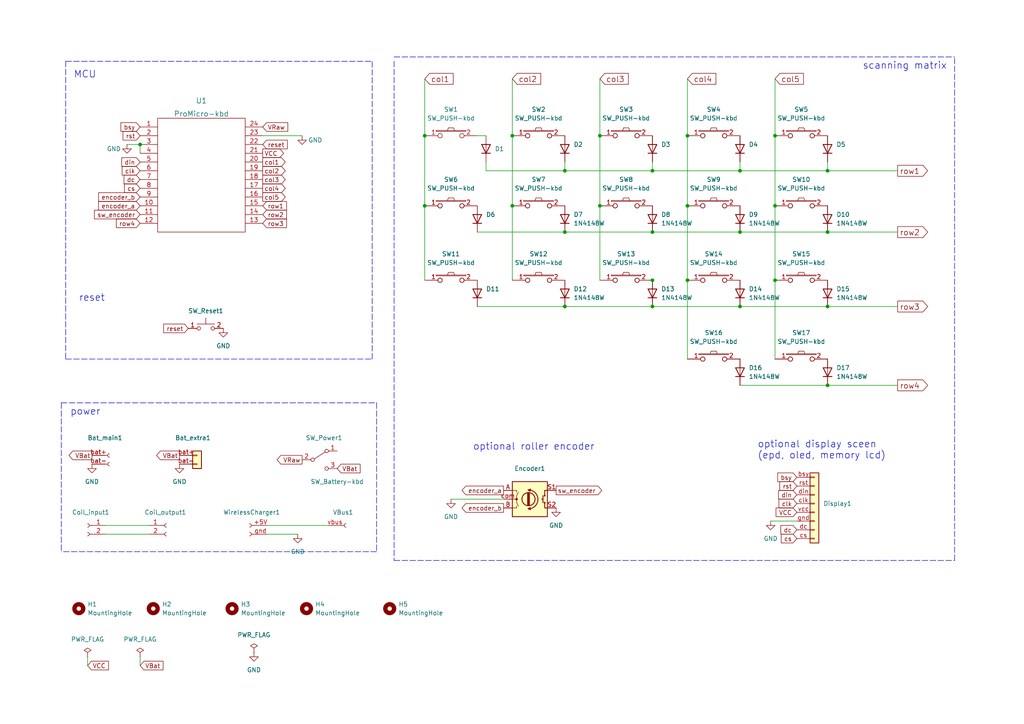
<source format=kicad_sch>
(kicad_sch (version 20211123) (generator eeschema)
  (paper "A4")
  (lib_symbols
    (symbol "Conn_01x02_Female_2" (pin_names (offset 1.016) hide)
      (property "Reference" "WirelessCharger1" (at 7.62 3.81 0))
      (symbol "Conn_01x02_Female_2_1_1"
        (arc (start 0 -2.032) (mid -0.508 -2.54) (end 0 -3.048) (stroke (width 0.1524)))
        (polyline (pts (xy -1.27 -2.54) (xy -0.508 -2.54)) (stroke (width 0.1524)))
        (polyline (pts (xy -1.27 0) (xy -0.508 0)) (stroke (width 0.1524)))
        (arc (start 0 0.508) (mid -0.508 0) (end 0 -0.508) (stroke (width 0.1524)))
        (pin passive line (at -5.08 0 0) (length 3.81) (name "+5V") (number "+5V"))
        (pin passive line (at -5.08 -2.54 0) (length 3.81) (name "GND") (number "gnd"))
      )
    )
    (symbol "Connector:Conn_01x01_Female" (pin_names (offset 1.016) hide)
      (property "Reference" "VBus" (at 1.27 1.27 0))
      (symbol "Conn_01x01_Female_1_1"
        (polyline (pts (xy -1.27 0) (xy -0.508 0)) (stroke (width 0.1524)))
        (arc (start 0 0.508) (mid -0.508 0) (end 0 -0.508) (stroke (width 0.1524)))
        (pin passive line (at -5.08 0 0) (length 3.81) (name "VBus") (number "vbus"))
      )
    )
    (symbol "Connector:Conn_01x02_Female" (pin_names (offset 1.016) hide)
      (property "Reference" "J" (at 0 2.54 0))
      (property "Value" "Conn_01x02_Female" (at 0 -5.08 0))
      (symbol "Conn_01x02_Female_1_1"
        (arc (start 0 -2.032) (mid -0.508 -2.54) (end 0 -3.048) (stroke (width 0.1524)))
        (polyline (pts (xy -1.27 -2.54) (xy -0.508 -2.54)) (stroke (width 0.1524)))
        (polyline (pts (xy -1.27 0) (xy -0.508 0)) (stroke (width 0.1524)))
        (arc (start 0 0.508) (mid -0.508 0) (end 0 -0.508) (stroke (width 0.1524)))
        (pin passive line (at -5.08 0 0) (length 3.81) (name "Pin_1") (number "1"))
        (pin passive line (at -5.08 -2.54 0) (length 3.81) (name "Pin_2") (number "2"))
      )
    )
    (symbol "Mechanical:MountingHole" (pin_names (offset 1.016))
      (property "Reference" "H" (at 0 5.08 0))
      (property "Value" "MountingHole" (at 0 3.175 0))
      (symbol "MountingHole_0_1"
        (circle (center 0 0) (radius 1.27) (stroke (width 1.27)))
      )
    )
    (symbol "mysymbol:1N4148W" (pin_numbers hide) (pin_names (offset 1.016) hide)
      (property "Reference" "D?" (at 2.54 1.2701 90))
      (symbol "1N4148W_0_1"
        (polyline (pts (xy -1.27 1.27) (xy -1.27 -1.27)) (stroke (width 0.254)))
        (polyline (pts (xy 1.27 0) (xy -1.27 0)))
        (polyline (pts (xy 1.27 1.27) (xy 1.27 -1.27) (xy -1.27 0) (xy 1.27 1.27)) (stroke (width 0.254)))
      )
      (symbol "1N4148W_1_1"
        (pin passive line (at -3.81 0 0) (length 2.54) (name "K") (number "1"))
        (pin passive line (at 3.81 0 180) (length 2.54) (name "A") (number "2"))
      )
    )
    (symbol "mysymbol:Conn_Battery_pluggable" (pin_names (offset 1.016) hide)
      (property "Reference" "J?" (at 2.54 0.0001 0))
      (property "Value" "Conn_Battery_pluggable" (at 2.54 -2.5399 0))
      (symbol "Conn_Battery_pluggable_1_1"
        (rectangle (start -1.27 -2.413) (end 0 -2.667) (stroke (width 0.1524)))
        (rectangle (start -1.27 0.127) (end 0 -0.127) (stroke (width 0.1524)))
        (rectangle (start -1.27 1.27) (end 1.27 -3.81) (stroke (width 0.254)) (fill (type background)))
        (pin passive line (at -5.08 0 0) (length 3.81) (name "Bat+") (number "bat+"))
        (pin passive line (at -5.08 -2.54 0) (length 3.81) (name "Bat-") (number "bat-"))
      )
    )
    (symbol "mysymbol:Conn_Battery_solderable" (pin_names (offset 1.016) hide)
      (property "Reference" "J?" (at 1.27 0.0001 0))
      (property "Value" "Conn_Battery_solderable" (at 1.27 -2.5399 0))
      (symbol "Conn_Battery_solderable_1_1"
        (arc (start 0 -2.032) (mid -0.508 -2.54) (end 0 -3.048) (stroke (width 0.1524)))
        (polyline (pts (xy -1.27 -2.54) (xy -0.508 -2.54)) (stroke (width 0.1524)))
        (polyline (pts (xy -1.27 0) (xy -0.508 0)) (stroke (width 0.1524)))
        (arc (start 0 0.508) (mid -0.508 0) (end 0 -0.508) (stroke (width 0.1524)))
        (pin passive line (at -5.08 0 0) (length 3.81) (name "Bat+") (number "bat+"))
        (pin passive line (at -5.08 -2.54 0) (length 3.81) (name "Bat-") (number "bat-"))
      )
    )
    (symbol "mysymbol:Conn_Display_general" (pin_names (offset 1.016) hide)
      (property "Reference" "J?" (at 2.54 0.0001 0))
      (property "Value" "Conn_Display_general" (at 2.54 -2.5399 0))
      (symbol "Conn_Display_general_1_1"
        (rectangle (start -1.27 -10.033) (end 0 -10.287) (stroke (width 0.1524)))
        (rectangle (start -1.27 -7.493) (end 0 -7.747) (stroke (width 0.1524)))
        (rectangle (start -1.27 -4.953) (end 0 -5.207) (stroke (width 0.1524)))
        (rectangle (start -1.27 -2.413) (end 0 -2.667) (stroke (width 0.1524)))
        (rectangle (start -1.27 0.127) (end 0 -0.127) (stroke (width 0.1524)))
        (rectangle (start -1.27 2.667) (end 0 2.413) (stroke (width 0.1524)))
        (rectangle (start -1.27 5.207) (end 0 4.953) (stroke (width 0.1524)))
        (rectangle (start -1.27 7.747) (end 0 7.493) (stroke (width 0.1524)))
        (rectangle (start -1.27 8.89) (end 1.27 -11.43) (stroke (width 0.254)) (fill (type background)))
        (pin passive line (at -5.08 7.62 0) (length 3.81) (name "BSY") (number "bsy"))
        (pin passive line (at -5.08 0 0) (length 3.81) (name "CLK") (number "clk"))
        (pin passive line (at -5.08 -10.16 0) (length 3.81) (name "CS") (number "cs"))
        (pin passive line (at -5.08 -7.62 0) (length 3.81) (name "DC") (number "dc"))
        (pin passive line (at -5.08 2.54 0) (length 3.81) (name "DIN") (number "din"))
        (pin passive line (at -5.08 -5.08 0) (length 3.81) (name "GND") (number "gnd"))
        (pin passive line (at -5.08 5.08 0) (length 3.81) (name "RST") (number "rst"))
        (pin passive line (at -5.08 -2.54 0) (length 3.81) (name "VCC") (number "vcc"))
      )
    )
    (symbol "mysymbol:ProMicro-kbd" (pin_names (offset 1.016) hide)
      (property "Reference" "U1" (at 0 24.13 0))
      (property "Value" "ProMicro-kbd" (at 0 -13.97 0))
      (symbol "ProMicro-kbd_0_1"
        (rectangle (start -12.7 21.59) (end 12.7 -11.43))
      )
      (symbol "ProMicro-kbd_1_1"
        (pin bidirectional line (at -17.78 19.05 0) (length 5.08) (name "TX") (number "1"))
        (pin bidirectional line (at -17.78 -3.81 0) (length 5.08) (name "E6") (number "10"))
        (pin bidirectional line (at -17.78 -6.35 0) (length 5.08) (name "B4") (number "11"))
        (pin bidirectional line (at -17.78 -8.89 0) (length 5.08) (name "B5") (number "12"))
        (pin bidirectional line (at 17.78 -8.89 180) (length 5.08) (name "B6") (number "13"))
        (pin bidirectional line (at 17.78 -6.35 180) (length 5.08) (name "B2") (number "14"))
        (pin bidirectional line (at 17.78 -3.81 180) (length 5.08) (name "B3") (number "15"))
        (pin bidirectional line (at 17.78 -1.27 180) (length 5.08) (name "B1") (number "16"))
        (pin bidirectional line (at 17.78 1.27 180) (length 5.08) (name "F7") (number "17"))
        (pin bidirectional line (at 17.78 3.81 180) (length 5.08) (name "F6") (number "18"))
        (pin bidirectional line (at 17.78 6.35 180) (length 5.08) (name "F5") (number "19"))
        (pin bidirectional line (at -17.78 16.51 0) (length 5.08) (name "RX") (number "2"))
        (pin bidirectional line (at 17.78 8.89 180) (length 5.08) (name "F4") (number "20"))
        (pin power_in line (at 17.78 11.43 180) (length 5.08) (name "VCC") (number "21"))
        (pin input line (at 17.78 13.97 180) (length 5.08) (name "RST") (number "22"))
        (pin power_in line (at 17.78 16.51 180) (length 5.08) (name "GND") (number "23"))
        (pin power_out line (at 17.78 19.05 180) (length 5.08) (name "RAW") (number "24"))
        (pin power_in line (at -17.78 13.97 0) (length 5.08) (name "GND") (number "3"))
        (pin power_in line (at -17.78 11.43 0) (length 5.08) (name "GND") (number "4"))
        (pin bidirectional line (at -17.78 8.89 0) (length 5.08) (name "SDA") (number "5"))
        (pin bidirectional line (at -17.78 6.35 0) (length 5.08) (name "SCL") (number "6"))
        (pin bidirectional line (at -17.78 3.81 0) (length 5.08) (name "D4") (number "7"))
        (pin bidirectional line (at -17.78 1.27 0) (length 5.08) (name "C6") (number "8"))
        (pin bidirectional line (at -17.78 -1.27 0) (length 5.08) (name "D7") (number "9"))
      )
    )
    (symbol "mysymbol:RotaryEncoder" (pin_names (offset 0.254) hide)
      (property "Reference" "SW?" (at 0 10.16 0))
      (property "Value" "RotaryEncoder" (at 0 7.62 0))
      (symbol "RotaryEncoder_0_1"
        (rectangle (start -5.08 5.08) (end 5.08 -5.08) (stroke (width 0.254)) (fill (type background)))
        (circle (center -3.81 0) (radius 0.254) (fill (type outline)))
        (arc (start -0.381 -2.794) (mid 2.3622 -0.0508) (end -0.381 2.667) (stroke (width 0.254)))
        (circle (center -0.381 0) (radius 1.905) (stroke (width 0.254)))
        (polyline (pts (xy -0.635 -1.778) (xy -0.635 1.778)) (stroke (width 0.254)))
        (polyline (pts (xy -0.381 -1.778) (xy -0.381 1.778)) (stroke (width 0.254)))
        (polyline (pts (xy -0.127 1.778) (xy -0.127 -1.778)) (stroke (width 0.254)))
        (polyline (pts (xy 3.81 0) (xy 3.429 0)) (stroke (width 0.254)))
        (polyline (pts (xy 3.81 1.016) (xy 3.81 -1.016)) (stroke (width 0.254)))
        (polyline (pts (xy -5.08 -2.54) (xy -3.81 -2.54) (xy -3.81 -2.032)))
        (polyline (pts (xy -5.08 2.54) (xy -3.81 2.54) (xy -3.81 2.032)))
        (polyline (pts (xy 0.254 -3.048) (xy -0.508 -2.794) (xy 0.127 -2.413)) (stroke (width 0.254)))
        (polyline (pts (xy 0.254 2.921) (xy -0.508 2.667) (xy 0.127 2.286)) (stroke (width 0.254)))
        (polyline (pts (xy 5.08 -2.54) (xy 4.318 -2.54) (xy 4.318 -1.016)) (stroke (width 0.254)))
        (polyline (pts (xy 5.08 2.54) (xy 4.318 2.54) (xy 4.318 1.016)) (stroke (width 0.254)))
        (polyline (pts (xy -5.08 0) (xy -3.81 0) (xy -3.81 -1.016) (xy -3.302 -2.032)))
        (polyline (pts (xy -4.318 0) (xy -3.81 0) (xy -3.81 1.016) (xy -3.302 2.032)))
        (circle (center 4.318 -1.016) (radius 0.127) (stroke (width 0.254)))
        (circle (center 4.318 1.016) (radius 0.127) (stroke (width 0.254)))
      )
      (symbol "RotaryEncoder_1_1"
        (pin passive line (at -7.62 2.54 0) (length 2.54) (name "A") (number "A"))
        (pin passive line (at -7.62 -2.54 0) (length 2.54) (name "B") (number "B"))
        (pin passive line (at 7.62 2.54 180) (length 2.54) (name "S1") (number "S1"))
        (pin passive line (at 7.62 -2.54 180) (length 2.54) (name "S2") (number "S2"))
        (pin passive line (at -7.62 0 0) (length 2.54) (name "COM") (number "com"))
      )
    )
    (symbol "mysymbol:SW_Battery-kbd" (pin_names (offset 0) hide)
      (property "Reference" "SW_Battery?" (at 7.62 4.3476 0))
      (property "Value" "SW_Battery-kbd" (at 5.08 -6.35 0))
      (symbol "SW_Battery-kbd_0_0"
        (circle (center -2.032 0) (radius 0.508))
        (circle (center 2.032 -2.54) (radius 0.508))
      )
      (symbol "SW_Battery-kbd_0_1"
        (polyline (pts (xy -1.524 0.254) (xy 1.651 2.286)))
        (circle (center 2.032 2.54) (radius 0.508))
      )
      (symbol "SW_Battery-kbd_1_1"
        (pin passive line (at 5.08 2.54 180) (length 2.54) (name "A") (number "1"))
        (pin passive line (at -5.08 0 0) (length 2.54) (name "B") (number "2"))
        (pin passive line (at 5.08 -2.54 180) (length 2.54) (name "C") (number "3"))
      )
    )
    (symbol "mysymbol:SW_PUSH-kbd" (pin_names (offset 1.016) hide)
      (property "Reference" "SW1" (at 3.81 2.794 0))
      (symbol "SW_PUSH-kbd_0_1"
        (rectangle (start -4.318 1.27) (end 4.318 1.524))
        (polyline (pts (xy -1.016 1.524) (xy -0.762 2.286) (xy 0.762 2.286) (xy 1.016 1.524)))
        (pin passive inverted (at -7.62 0 0) (length 5.08) (name "1") (number "1"))
        (pin passive inverted (at 7.62 0 180) (length 5.08) (name "2") (number "2"))
      )
    )
    (symbol "mysymbol:SW_RESET-kbd" (pin_names (offset 1.016) hide)
      (property "Reference" "RSW?" (at 0 7.239 0))
      (property "Value" "SW_RESET-kbd" (at 0 4.9276 0))
      (symbol "SW_RESET-kbd_0_1"
        (circle (center -2.032 0) (radius 0.508))
        (polyline (pts (xy 0 1.27) (xy 0 3.048)))
        (polyline (pts (xy 2.54 1.27) (xy -2.54 1.27)))
        (circle (center 2.032 0) (radius 0.508))
        (pin passive line (at -5.08 0 0) (length 2.54) (name "1") (number "1"))
        (pin passive line (at 5.08 0 180) (length 2.54) (name "2") (number "2"))
      )
    )
    (symbol "power:GND" (power) (pin_names (offset 0))
      (property "Value" "GND" (at 0 -3.81 0))
      (symbol "GND_0_1"
        (polyline (pts (xy 0 0) (xy 0 -1.27) (xy 1.27 -1.27) (xy 0 -2.54) (xy -1.27 -1.27) (xy 0 -1.27)))
      )
      (symbol "GND_1_1"
        (pin power_in line (at 0 0 270) (length 0) hide (name "GND") (number "1"))
      )
    )
    (symbol "power:PWR_FLAG" (power) (pin_numbers hide) (pin_names (offset 0) hide)
      (property "Value" "PWR_FLAG" (at 0 3.81 0))
      (symbol "PWR_FLAG_0_0"
        (pin power_out line (at 0 0 90) (length 0) (name "pwr") (number "1"))
      )
      (symbol "PWR_FLAG_0_1"
        (polyline (pts (xy 0 0) (xy 0 1.27) (xy -1.016 1.905) (xy 0 2.54) (xy 1.016 1.905) (xy 0 1.27)))
      )
    )
  )
  (junction (at 240.03 49.53))
  (junction (at 214.63 49.53))
  (junction (at 240.03 111.76))
  (junction (at 163.83 67.31))
  (junction (at 148.59 59.69))
  (junction (at 214.63 88.9))
  (junction (at 189.23 67.31))
  (junction (at 173.99 59.69))
  (junction (at 224.79 39.37))
  (junction (at 189.23 81.28))
  (junction (at 123.19 39.37))
  (junction (at 224.79 81.28))
  (junction (at 224.79 59.69))
  (junction (at 163.83 88.9))
  (junction (at 189.23 88.9))
  (junction (at 240.03 88.9))
  (junction (at 240.03 67.31))
  (junction (at 199.39 39.37))
  (junction (at 40.64 41.91))
  (junction (at 173.99 39.37))
  (junction (at 163.83 49.53))
  (junction (at 214.63 67.31))
  (junction (at 123.19 59.69))
  (junction (at 148.59 39.37))
  (junction (at 199.39 81.28))
  (junction (at 189.23 49.53))
  (junction (at 199.39 59.69))
  (wire (pts (xy 199.39 81.28) (xy 199.39 104.14)))
  (wire (pts (xy 187.96 81.28) (xy 189.23 81.28)))
  (wire (pts (xy 77.47 152.4) (xy 95.25 152.4)))
  (wire (pts (xy 240.03 88.9) (xy 260.35 88.9)))
  (wire (pts (xy 240.03 46.99) (xy 240.03 49.53)))
  (wire (pts (xy 240.03 67.31) (xy 260.35 67.31)))
  (wire (pts (xy 138.43 39.37) (xy 140.97 39.37)))
  (wire (pts (xy 138.43 88.9) (xy 163.83 88.9)))
  (wire (pts (xy 199.39 59.69) (xy 199.39 81.28)))
  (polyline (pts (xy 114.3 16.51) (xy 276.86 16.51)))
  (wire (pts (xy 30.48 152.4) (xy 43.18 152.4)))
  (polyline (pts (xy 107.95 104.14) (xy 107.95 17.78)))
  (wire (pts (xy 189.23 49.53) (xy 214.63 49.53)))
  (wire (pts (xy 214.63 46.99) (xy 214.63 49.53)))
  (wire (pts (xy 189.23 67.31) (xy 214.63 67.31)))
  (wire (pts (xy 163.83 49.53) (xy 189.23 49.53)))
  (wire (pts (xy 36.83 41.91) (xy 40.64 41.91)))
  (wire (pts (xy 189.23 88.9) (xy 214.63 88.9)))
  (wire (pts (xy 214.63 111.76) (xy 240.03 111.76)))
  (wire (pts (xy 224.79 59.69) (xy 224.79 81.28)))
  (polyline (pts (xy 109.22 116.84) (xy 109.22 160.02)))
  (polyline (pts (xy 276.86 162.56) (xy 276.86 16.51)))
  (wire (pts (xy 173.99 39.37) (xy 173.99 59.69)))
  (wire (pts (xy 123.19 59.69) (xy 123.19 81.28)))
  (polyline (pts (xy 109.22 160.02) (xy 17.78 160.02)))
  (wire (pts (xy 199.39 39.37) (xy 199.39 59.69)))
  (wire (pts (xy 148.59 22.86) (xy 148.59 39.37)))
  (polyline (pts (xy 17.78 116.84) (xy 17.78 160.02)))
  (wire (pts (xy 240.03 111.76) (xy 260.35 111.76)))
  (wire (pts (xy 123.19 39.37) (xy 123.19 59.69)))
  (wire (pts (xy 40.64 193.04) (xy 40.64 190.5)))
  (wire (pts (xy 140.97 49.53) (xy 163.83 49.53)))
  (wire (pts (xy 148.59 39.37) (xy 148.59 59.69)))
  (polyline (pts (xy 19.05 17.78) (xy 19.05 104.14)))
  (wire (pts (xy 163.83 88.9) (xy 189.23 88.9)))
  (wire (pts (xy 199.39 22.86) (xy 199.39 39.37)))
  (wire (pts (xy 173.99 22.86) (xy 173.99 39.37)))
  (polyline (pts (xy 114.3 17.78) (xy 114.3 162.56)))
  (wire (pts (xy 140.97 46.99) (xy 140.97 49.53)))
  (polyline (pts (xy 19.05 17.78) (xy 107.95 17.78)))
  (wire (pts (xy 163.83 46.99) (xy 163.83 49.53)))
  (wire (pts (xy 30.48 154.94) (xy 43.18 154.94)))
  (wire (pts (xy 87.63 39.37) (xy 76.2 39.37)))
  (wire (pts (xy 138.43 67.31) (xy 163.83 67.31)))
  (wire (pts (xy 224.79 22.86) (xy 224.79 39.37)))
  (wire (pts (xy 224.79 39.37) (xy 224.79 59.69)))
  (wire (pts (xy 189.23 46.99) (xy 189.23 49.53)))
  (polyline (pts (xy 19.05 104.14) (xy 107.95 104.14)))
  (wire (pts (xy 214.63 67.31) (xy 240.03 67.31)))
  (polyline (pts (xy 17.78 116.84) (xy 109.22 116.84)))
  (wire (pts (xy 214.63 88.9) (xy 240.03 88.9)))
  (wire (pts (xy 163.83 67.31) (xy 189.23 67.31)))
  (wire (pts (xy 240.03 49.53) (xy 260.35 49.53)))
  (wire (pts (xy 223.52 151.13) (xy 231.14 151.13)))
  (wire (pts (xy 40.64 41.91) (xy 40.64 44.45)))
  (wire (pts (xy 130.81 144.78) (xy 146.05 144.78)))
  (polyline (pts (xy 114.3 162.56) (xy 276.86 162.56)))
  (wire (pts (xy 77.47 154.94) (xy 86.36 154.94)))
  (wire (pts (xy 25.4 193.04) (xy 25.4 190.5)))
  (wire (pts (xy 214.63 49.53) (xy 240.03 49.53)))
  (wire (pts (xy 173.99 59.69) (xy 173.99 81.28)))
  (wire (pts (xy 148.59 59.69) (xy 148.59 81.28)))
  (wire (pts (xy 224.79 81.28) (xy 224.79 104.14)))
  (wire (pts (xy 123.19 22.86) (xy 123.19 39.37)))
  (text "scanning matrix" (at 250.19 20.32 0) (effects (font (size 2 2)) (justify left bottom)))
  (text "optional roller encoder" (at 137.16 130.81 0) (effects (font (size 2 2)) (justify left bottom)))
  (text "reset" (at 30.48 87.63 180) (effects (font (size 2 2)) (justify right bottom)))
  (text "power" (at 29.21 120.65 180) (effects (font (size 2 2)) (justify right bottom)))
  (text "optional display sceen\n(epd, oled, memory lcd)" (at 219.71 133.35 0) (effects (font (size 2 2)) (justify left bottom)))
  (text "MCU" (at 27.94 22.86 180) (effects (font (size 2 2)) (justify right bottom)))
  (global_label "sw_encoder" (shape input) (at 40.64 62.23 180) (property "Intersheet References" "${INTERSHEET_REFS}" (effects hide)))
  (global_label "encoder_b" (shape input) (at 40.64 57.15 180) (property "Intersheet References" "${INTERSHEET_REFS}" (effects hide)))
  (global_label "encoder_b" (shape output) (at 146.05 147.32 180) (property "Intersheet References" "${INTERSHEET_REFS}" (effects hide)))
  (global_label "col2" (shape output) (at 76.2 49.53 0) (property "Intersheet References" "${INTERSHEET_REFS}" (effects hide)))
  (global_label "col4" (shape input) (at 199.39 22.86 0) (effects (font (size 1.6 1.6))) (property "Intersheet References" "${INTERSHEET_REFS}" (effects hide)))
  (global_label "encoder_a" (shape output) (at 146.05 142.24 180) (property "Intersheet References" "${INTERSHEET_REFS}" (effects hide)))
  (global_label "VRaw" (shape output) (at 87.63 133.35 180) (property "Intersheet References" "${INTERSHEET_REFS}" (effects hide)))
  (global_label "reset" (shape input) (at 54.61 95.25 180) (property "Intersheet References" "${INTERSHEET_REFS}" (effects hide)))
  (global_label "col5" (shape input) (at 224.79 22.86 0) (effects (font (size 1.6 1.6))) (property "Intersheet References" "${INTERSHEET_REFS}" (effects hide)))
  (global_label "VBat" (shape output) (at 26.67 132.08 180) (property "Intersheet References" "${INTERSHEET_REFS}" (effects hide)))
  (global_label "row2" (shape input) (at 76.2 62.23 0) (property "Intersheet References" "${INTERSHEET_REFS}" (effects hide)))
  (global_label "VRaw" (shape input) (at 76.2 36.83 0) (property "Intersheet References" "${INTERSHEET_REFS}" (effects hide)))
  (global_label "col1" (shape output) (at 76.2 46.99 0) (property "Intersheet References" "${INTERSHEET_REFS}" (effects hide)))
  (global_label "VCC" (shape output) (at 76.2 44.45 0) (property "Intersheet References" "${INTERSHEET_REFS}" (effects hide)))
  (global_label "din" (shape input) (at 231.14 143.51 180) (property "Intersheet References" "${INTERSHEET_REFS}" (effects hide)))
  (global_label "col3" (shape output) (at 76.2 52.07 0) (property "Intersheet References" "${INTERSHEET_REFS}" (effects hide)))
  (global_label "dc" (shape input) (at 40.64 52.07 180) (property "Intersheet References" "${INTERSHEET_REFS}" (effects hide)))
  (global_label "col5" (shape output) (at 76.2 57.15 0) (property "Intersheet References" "${INTERSHEET_REFS}" (effects hide)))
  (global_label "row2" (shape output) (at 260.35 67.31 0) (effects (font (size 1.6 1.6))) (property "Intersheet References" "${INTERSHEET_REFS}" (effects hide)))
  (global_label "VBat" (shape output) (at 52.07 132.08 180) (property "Intersheet References" "${INTERSHEET_REFS}" (effects hide)))
  (global_label "VBat" (shape input) (at 40.64 193.04 0) (property "Intersheet References" "${INTERSHEET_REFS}" (effects hide)))
  (global_label "cs" (shape input) (at 40.64 54.61 180) (property "Intersheet References" "${INTERSHEET_REFS}" (effects hide)))
  (global_label "row3" (shape output) (at 260.35 88.9 0) (effects (font (size 1.6 1.6))) (property "Intersheet References" "${INTERSHEET_REFS}" (effects hide)))
  (global_label "cs" (shape input) (at 231.14 156.21 180) (property "Intersheet References" "${INTERSHEET_REFS}" (effects hide)))
  (global_label "encoder_a" (shape input) (at 40.64 59.69 180) (property "Intersheet References" "${INTERSHEET_REFS}" (effects hide)))
  (global_label "col2" (shape input) (at 148.59 22.86 0) (effects (font (size 1.6 1.6))) (property "Intersheet References" "${INTERSHEET_REFS}" (effects hide)))
  (global_label "reset" (shape input) (at 76.2 41.91 0) (property "Intersheet References" "${INTERSHEET_REFS}" (effects hide)))
  (global_label "rst" (shape input) (at 40.64 39.37 180) (property "Intersheet References" "${INTERSHEET_REFS}" (effects hide)))
  (global_label "VCC" (shape input) (at 231.14 148.59 180) (property "Intersheet References" "${INTERSHEET_REFS}" (effects hide)))
  (global_label "bsy" (shape input) (at 231.14 138.43 180) (property "Intersheet References" "${INTERSHEET_REFS}" (effects hide)))
  (global_label "clk" (shape input) (at 231.14 146.05 180) (property "Intersheet References" "${INTERSHEET_REFS}" (effects hide)))
  (global_label "bsy" (shape input) (at 40.64 36.83 180) (property "Intersheet References" "${INTERSHEET_REFS}" (effects hide)))
  (global_label "row3" (shape input) (at 76.2 64.77 0) (property "Intersheet References" "${INTERSHEET_REFS}" (effects hide)))
  (global_label "din" (shape input) (at 40.64 46.99 180) (property "Intersheet References" "${INTERSHEET_REFS}" (effects hide)))
  (global_label "VCC" (shape input) (at 25.4 193.04 0) (property "Intersheet References" "${INTERSHEET_REFS}" (effects hide)))
  (global_label "sw_encoder" (shape output) (at 161.29 142.24 0) (property "Intersheet References" "${INTERSHEET_REFS}" (effects hide)))
  (global_label "col3" (shape input) (at 173.99 22.86 0) (effects (font (size 1.6 1.6))) (property "Intersheet References" "${INTERSHEET_REFS}" (effects hide)))
  (global_label "dc" (shape input) (at 231.14 153.67 180) (property "Intersheet References" "${INTERSHEET_REFS}" (effects hide)))
  (global_label "row4" (shape output) (at 260.35 111.76 0) (effects (font (size 1.6 1.6))) (property "Intersheet References" "${INTERSHEET_REFS}" (effects hide)))
  (global_label "col1" (shape input) (at 123.19 22.86 0) (effects (font (size 1.6 1.6))) (property "Intersheet References" "${INTERSHEET_REFS}" (effects hide)))
  (global_label "col4" (shape output) (at 76.2 54.61 0) (property "Intersheet References" "${INTERSHEET_REFS}" (effects hide)))
  (global_label "row4" (shape input) (at 40.64 64.77 180) (property "Intersheet References" "${INTERSHEET_REFS}" (effects hide)))
  (global_label "row1" (shape input) (at 76.2 59.69 0) (property "Intersheet References" "${INTERSHEET_REFS}" (effects hide)))
  (global_label "clk" (shape input) (at 40.64 49.53 180) (property "Intersheet References" "${INTERSHEET_REFS}" (effects hide)))
  (global_label "VBat" (shape input) (at 97.79 135.89 0) (property "Intersheet References" "${INTERSHEET_REFS}" (effects hide)))
  (global_label "row1" (shape output) (at 260.35 49.53 0) (effects (font (size 1.6 1.6))) (property "Intersheet References" "${INTERSHEET_REFS}" (effects hide)))
  (global_label "rst" (shape input) (at 231.14 140.97 180) (property "Intersheet References" "${INTERSHEET_REFS}" (effects hide)))
  (symbol (lib_id "mysymbol:SW_PUSH-kbd") (at 232.41 104.14 0) (unit 1)
    (property "Reference" "SW17" (at 232.41 96.52 0))
    (property "Value" "SW_PUSH-kbd" (at 232.41 99.06 0))
    (property "Footprint" "mylib:Kailh_Choc_Hotplug_reversible" (effects hide))
  )
  (symbol (lib_id "mysymbol:1N4148W") (at 240.03 43.18 90) (unit 1)
    (property "Reference" "D5" (at 242.57 41.9099 90) (effects (justify right)))
    (property "Value" "1N4148W" (effects hide))
    (property "Footprint" "mylib:Diode_SOD-123_reversible" (effects hide))
    (property "Datasheet" "https://www.vishay.com/docs/85748/1n4148w.pdf" (effects hide))
  )
  (symbol (lib_id "mysymbol:SW_PUSH-kbd") (at 130.81 39.37 0) (unit 1)
    (property "Reference" "SW1" (at 130.81 31.75 0))
    (property "Value" "SW_PUSH-kbd" (at 130.81 34.29 0))
    (property "Footprint" "mylib:Kailh_Choc_Hotplug_reversible" (effects hide))
  )
  (symbol (lib_id "mysymbol:SW_PUSH-kbd") (at 207.01 81.28 0) (unit 1)
    (property "Reference" "SW14" (at 207.01 73.66 0))
    (property "Value" "SW_PUSH-kbd" (at 207.01 76.2 0))
    (property "Footprint" "mylib:Kailh_Choc_Hotplug_reversible" (effects hide))
  )
  (symbol (lib_id "mysymbol:SW_PUSH-kbd") (at 181.61 39.37 0) (unit 1)
    (property "Reference" "SW3" (at 181.61 31.75 0))
    (property "Value" "SW_PUSH-kbd" (at 181.61 34.29 0))
    (property "Footprint" "mylib:Kailh_Choc_Hotplug_reversible" (effects hide))
  )
  (symbol (lib_id "power:GND") (at 26.67 134.62 0) (unit 1)
    (property "Reference" "#PWR0105" (effects hide))
    (property "Value" "GND" (at 26.67 139.7 0))
  )
  (symbol (lib_id "mysymbol:1N4148W") (at 189.23 43.18 90) (unit 1)
    (property "Reference" "D3" (at 191.77 41.9099 90) (effects (justify right)))
    (property "Value" "1N4148W" (effects hide))
    (property "Footprint" "mylib:Diode_SOD-123_reversible" (effects hide))
    (property "Datasheet" "https://www.vishay.com/docs/85748/1n4148w.pdf" (effects hide))
  )
  (symbol (lib_id "mysymbol:SW_PUSH-kbd") (at 130.81 81.28 0) (unit 1)
    (property "Reference" "SW11" (at 130.81 73.66 0))
    (property "Value" "SW_PUSH-kbd" (at 130.81 76.2 0))
    (property "Footprint" "mylib:Kailh_Choc_Hotplug_reversible" (effects hide))
  )
  (symbol (lib_id "mysymbol:1N4148W") (at 138.43 85.09 90) (unit 1)
    (property "Reference" "D11" (at 140.97 83.8199 90) (effects (justify right)))
    (property "Value" "1N4148W" (effects hide))
    (property "Footprint" "mylib:Diode_SOD-123_reversible" (effects hide))
    (property "Datasheet" "https://www.vishay.com/docs/85748/1n4148w.pdf" (effects hide))
  )
  (symbol (lib_id "mysymbol:SW_PUSH-kbd") (at 181.61 81.28 0) (unit 1)
    (property "Reference" "SW13" (at 181.61 73.66 0))
    (property "Value" "SW_PUSH-kbd" (at 181.61 76.2 0))
    (property "Footprint" "mylib:Kailh_Choc_Hotplug_reversible" (effects hide))
  )
  (symbol (lib_id "mysymbol:SW_PUSH-kbd") (at 207.01 104.14 0) (unit 1)
    (property "Reference" "SW16" (at 207.01 96.52 0))
    (property "Value" "SW_PUSH-kbd" (at 207.01 99.06 0))
    (property "Footprint" "mylib:Kailh_Choc_Hotplug_reversible" (effects hide))
  )
  (symbol (lib_id "mysymbol:SW_PUSH-kbd") (at 156.21 81.28 0) (unit 1)
    (property "Reference" "SW12" (at 156.21 73.66 0))
    (property "Value" "SW_PUSH-kbd" (at 156.21 76.2 0))
    (property "Footprint" "mylib:Kailh_Choc_Hotplug_reversible" (effects hide))
  )
  (symbol (lib_id "mysymbol:SW_PUSH-kbd") (at 207.01 39.37 0) (unit 1)
    (property "Reference" "SW4" (at 207.01 31.75 0))
    (property "Value" "SW_PUSH-kbd" (at 207.01 34.29 0))
    (property "Footprint" "mylib:Kailh_Choc_Hotplug_reversible" (effects hide))
  )
  (symbol (lib_id "mysymbol:1N4148W") (at 189.23 63.5 90) (unit 1)
    (property "Reference" "D8" (at 191.77 62.2299 90) (effects (justify right)))
    (property "Value" "1N4148W" (at 191.77 64.7699 90) (effects (justify right)))
    (property "Footprint" "mylib:Diode_SOD-123_reversible" (effects hide))
    (property "Datasheet" "https://www.vishay.com/docs/85748/1n4148w.pdf" (effects hide))
  )
  (symbol (lib_id "mysymbol:SW_PUSH-kbd") (at 156.21 39.37 0) (unit 1)
    (property "Reference" "SW2" (at 156.21 31.75 0))
    (property "Value" "SW_PUSH-kbd" (at 156.21 34.29 0))
    (property "Footprint" "mylib:Kailh_Choc_Hotplug_reversible" (effects hide))
  )
  (symbol (lib_id "Mechanical:MountingHole") (at 67.31 176.53 0) (unit 1) (in_bom no)
    (property "Reference" "H3" (at 69.85 175.2599 0) (effects (justify left)))
    (property "Value" "MountingHole" (at 69.85 177.7999 0) (effects (justify left)))
    (property "Footprint" "MountingHole:MountingHole_2.2mm_M2_ISO7380_Pad_TopBottom" (effects hide))
  )
  (symbol (lib_id "mysymbol:Conn_Battery_pluggable") (at 57.15 132.08 0) (unit 1)
    (property "Reference" "Bat_extra1" (at 50.8 127 0) (effects (justify left)))
    (property "Value" "Conn_Battery_pluggable" (effects hide))
    (property "Footprint" "mylib:Battery_connector_lim_reversible" (effects hide))
  )
  (symbol (lib_id "mysymbol:RotaryEncoder") (at 153.67 144.78 0) (unit 1)
    (property "Reference" "Encoder1" (at 153.67 135.89 0))
    (property "Value" "RotaryEncoder" (effects hide))
    (property "Footprint" "mylib:RollerEncoder_EVQWGD001_reversible" (effects hide))
  )
  (symbol (lib_id "mysymbol:1N4148W") (at 240.03 107.95 90) (unit 1)
    (property "Reference" "D17" (at 242.57 106.6799 90) (effects (justify right)))
    (property "Value" "1N4148W" (at 242.57 109.2199 90) (effects (justify right)))
    (property "Footprint" "mylib:Diode_SOD-123_reversible" (effects hide))
    (property "Datasheet" "https://www.vishay.com/docs/85748/1n4148w.pdf" (effects hide))
  )
  (symbol (lib_id "mysymbol:1N4148W") (at 240.03 85.09 90) (unit 1)
    (property "Reference" "D15" (at 242.57 83.8199 90) (effects (justify right)))
    (property "Value" "1N4148W" (at 242.57 86.3599 90) (effects (justify right)))
    (property "Footprint" "mylib:Diode_SOD-123_reversible" (effects hide))
    (property "Datasheet" "https://www.vishay.com/docs/85748/1n4148w.pdf" (effects hide))
  )
  (symbol (lib_id "mysymbol:SW_PUSH-kbd") (at 181.61 59.69 0) (unit 1)
    (property "Reference" "SW8" (at 181.61 52.07 0))
    (property "Value" "SW_PUSH-kbd" (at 181.61 54.61 0))
    (property "Footprint" "mylib:Kailh_Choc_Hotplug_reversible" (effects hide))
  )
  (symbol (lib_id "power:GND") (at 87.63 39.37 0) (unit 1)
    (property "Reference" "#PWR0104" (effects hide))
    (property "Value" "GND" (at 91.44 40.64 0))
  )
  (symbol (lib_id "power:PWR_FLAG") (at 25.4 190.5 0) (unit 1)
    (property "Reference" "#FLG0101" (effects hide))
    (property "Value" "PWR_FLAG" (at 25.4 185.42 0))
  )
  (symbol (lib_id "power:PWR_FLAG") (at 73.66 189.23 0) (unit 1)
    (property "Reference" "#FLG0104" (effects hide))
    (property "Value" "PWR_FLAG" (at 73.66 184.15 0))
  )
  (symbol (lib_id "power:GND") (at 36.83 41.91 0) (unit 1)
    (property "Reference" "#PWR0103" (effects hide))
    (property "Value" "GND" (at 33.02 43.18 0))
  )
  (symbol (lib_id "mysymbol:SW_PUSH-kbd") (at 207.01 59.69 0) (unit 1)
    (property "Reference" "SW9" (at 207.01 52.07 0))
    (property "Value" "SW_PUSH-kbd" (at 207.01 54.61 0))
    (property "Footprint" "mylib:Kailh_Choc_Hotplug_reversible" (effects hide))
  )
  (symbol (lib_id "power:GND") (at 73.66 189.23 0) (unit 1)
    (property "Reference" "#PWR0110" (effects hide))
    (property "Value" "GND" (at 73.66 194.31 0))
  )
  (symbol (lib_id "mysymbol:SW_RESET-kbd") (at 59.69 95.25 0) (unit 1)
    (property "Reference" "SW_Reset1" (at 59.69 90.17 0))
    (property "Value" "SW_RESET-kbd" (effects hide))
    (property "Footprint" "mylib:SW_Reset_vertical" (effects hide))
  )
  (symbol (lib_id "power:GND") (at 64.77 95.25 0) (unit 1)
    (property "Reference" "#PWR0107" (effects hide))
    (property "Value" "GND" (at 64.77 100.33 0))
  )
  (symbol (lib_id "power:GND") (at 86.36 154.94 0) (unit 1)
    (property "Reference" "#PWR0109" (effects hide))
    (property "Value" "GND" (at 86.36 160.02 0))
  )
  (symbol (lib_id "power:PWR_FLAG") (at 40.64 190.5 0) (unit 1)
    (property "Reference" "#FLG0102" (effects hide))
    (property "Value" "PWR_FLAG" (at 40.64 185.42 0))
  )
  (symbol (lib_id "mysymbol:1N4148W") (at 163.83 63.5 90) (unit 1)
    (property "Reference" "D7" (at 166.37 62.2299 90) (effects (justify right)))
    (property "Value" "1N4148W" (at 166.37 64.7699 90) (effects (justify right)))
    (property "Footprint" "mylib:Diode_SOD-123_reversible" (effects hide))
    (property "Datasheet" "https://www.vishay.com/docs/85748/1n4148w.pdf" (effects hide))
  )
  (symbol (lib_id "Connector:Conn_01x01_Female") (at 100.33 152.4 0) (unit 1) (in_bom no)
    (property "Reference" "VBus1" (at 96.52 148.59 0) (effects (justify left)))
    (property "Value" "Conn_01x01_Female" (effects hide))
    (property "Footprint" "mylib:GND_1pin_conn" (effects hide))
  )
  (symbol (lib_id "Mechanical:MountingHole") (at 88.9 176.53 0) (unit 1) (in_bom no)
    (property "Reference" "H4" (at 91.44 175.2599 0) (effects (justify left)))
    (property "Value" "MountingHole" (at 91.44 177.7999 0) (effects (justify left)))
    (property "Footprint" "MountingHole:MountingHole_2.2mm_M2_ISO7380_Pad_TopBottom" (effects hide))
  )
  (symbol (lib_id "power:GND") (at 223.52 151.13 0) (unit 1)
    (property "Reference" "#PWR0101" (effects hide))
    (property "Value" "GND" (at 223.52 156.21 0))
  )
  (symbol (lib_id "mysymbol:SW_PUSH-kbd") (at 130.81 59.69 0) (unit 1)
    (property "Reference" "SW6" (at 130.81 52.07 0))
    (property "Value" "SW_PUSH-kbd" (at 130.81 54.61 0))
    (property "Footprint" "mylib:Kailh_Choc_Hotplug_reversible" (effects hide))
  )
  (symbol (lib_id "mysymbol:1N4148W") (at 214.63 63.5 90) (unit 1)
    (property "Reference" "D9" (at 217.17 62.2299 90) (effects (justify right)))
    (property "Value" "1N4148W" (at 217.17 64.7699 90) (effects (justify right)))
    (property "Footprint" "mylib:Diode_SOD-123_reversible" (effects hide))
    (property "Datasheet" "https://www.vishay.com/docs/85748/1n4148w.pdf" (effects hide))
  )
  (symbol (lib_id "mysymbol:SW_PUSH-kbd") (at 232.41 81.28 0) (unit 1)
    (property "Reference" "SW15" (at 232.41 73.66 0))
    (property "Value" "SW_PUSH-kbd" (at 232.41 76.2 0))
    (property "Footprint" "mylib:Kailh_Choc_Hotplug_reversible" (effects hide))
  )
  (symbol (lib_id "mysymbol:1N4148W") (at 214.63 107.95 90) (unit 1)
    (property "Reference" "D16" (at 217.17 106.6799 90) (effects (justify right)))
    (property "Value" "1N4148W" (at 217.17 109.2199 90) (effects (justify right)))
    (property "Footprint" "mylib:Diode_SOD-123_reversible" (effects hide))
    (property "Datasheet" "https://www.vishay.com/docs/85748/1n4148w.pdf" (effects hide))
  )
  (symbol (lib_id "power:GND") (at 52.07 134.62 0) (unit 1)
    (property "Reference" "#PWR0106" (effects hide))
    (property "Value" "GND" (at 52.07 139.7 0))
  )
  (symbol (lib_id "Mechanical:MountingHole") (at 113.03 176.53 0) (unit 1) (in_bom no)
    (property "Reference" "H5" (at 115.57 175.2599 0) (effects (justify left)))
    (property "Value" "MountingHole" (at 115.57 177.7999 0) (effects (justify left)))
    (property "Footprint" "MountingHole:MountingHole_3.2mm_M3_DIN965" (effects hide))
  )
  (symbol (lib_name "Conn_01x02_Female_2") (lib_id "Connector:Conn_01x02_Female") (at 72.39 152.4 0) (mirror y) (unit 1) (in_bom no)
    (property "Reference" "WirelessCharger1" (at 81.28 148.59 0) (effects (justify left)))
    (property "Value" "Conn_01x02_Female" (effects hide))
    (property "Footprint" "mylib:VBus_pad_reversible" (effects hide))
  )
  (symbol (lib_id "Mechanical:MountingHole") (at 44.45 176.53 0) (unit 1) (in_bom no)
    (property "Reference" "H2" (at 46.99 175.2599 0) (effects (justify left)))
    (property "Value" "MountingHole" (at 46.99 177.7999 0) (effects (justify left)))
    (property "Footprint" "MountingHole:MountingHole_2.2mm_M2_ISO7380_Pad_TopBottom" (effects hide))
  )
  (symbol (lib_id "mysymbol:Conn_Display_general") (at 236.22 146.05 0) (unit 1)
    (property "Reference" "Display1" (at 238.76 146.0499 0) (effects (justify left)))
    (property "Value" "Conn_Display_general" (effects hide))
    (property "Footprint" "mylib:Conn_EPD_Jumper" (effects hide))
  )
  (symbol (lib_id "power:GND") (at 161.29 147.32 0) (unit 1)
    (property "Reference" "#PWR0108" (effects hide))
    (property "Value" "GND" (at 161.29 152.4 0))
  )
  (symbol (lib_id "mysymbol:1N4148W") (at 189.23 85.09 90) (unit 1)
    (property "Reference" "D13" (at 191.77 83.8199 90) (effects (justify right)))
    (property "Value" "1N4148W" (at 191.77 86.3599 90) (effects (justify right)))
    (property "Footprint" "mylib:Diode_SOD-123_reversible" (effects hide))
    (property "Datasheet" "https://www.vishay.com/docs/85748/1n4148w.pdf" (effects hide))
  )
  (symbol (lib_id "mysymbol:SW_PUSH-kbd") (at 232.41 39.37 0) (unit 1)
    (property "Reference" "SW5" (at 232.41 31.75 0))
    (property "Value" "SW_PUSH-kbd" (at 232.41 34.29 0))
    (property "Footprint" "mylib:Kailh_Choc_Hotplug_reversible" (effects hide))
  )
  (symbol (lib_id "mysymbol:1N4148W") (at 214.63 85.09 90) (unit 1)
    (property "Reference" "D14" (at 217.17 83.8199 90) (effects (justify right)))
    (property "Value" "1N4148W" (at 217.17 86.3599 90) (effects (justify right)))
    (property "Footprint" "mylib:Diode_SOD-123_reversible" (effects hide))
    (property "Datasheet" "https://www.vishay.com/docs/85748/1n4148w.pdf" (effects hide))
  )
  (symbol (lib_id "mysymbol:1N4148W") (at 140.97 43.18 90) (unit 1)
    (property "Reference" "D1" (at 143.51 43.1799 90) (effects (justify right)))
    (property "Value" "1N4148W" (effects hide))
    (property "Footprint" "mylib:Diode_SOD-123_reversible" (effects hide))
    (property "Datasheet" "https://www.vishay.com/docs/85748/1n4148w.pdf" (effects hide))
  )
  (symbol (lib_id "mysymbol:ProMicro-kbd") (at 58.42 55.88 0) (unit 1)
    (property "Reference" "U1" (at 58.42 29.21 0) (effects (font (size 1.524 1.524))))
    (property "Value" "ProMicro-kbd" (at 58.42 33.02 0) (effects (font (size 1.524 1.524))))
    (property "Footprint" "mylib:ProMicro_Jumpers" (effects hide))
  )
  (symbol (lib_id "mysymbol:Conn_Battery_solderable") (at 31.75 132.08 0) (unit 1)
    (property "Reference" "Bat_main1" (at 25.4 127 0) (effects (justify left)))
    (property "Value" "Conn_Battery_solderable" (effects hide))
    (property "Footprint" "mylib:Battery_pads_reversible" (effects hide))
  )
  (symbol (lib_id "mysymbol:1N4148W") (at 163.83 85.09 90) (unit 1)
    (property "Reference" "D12" (at 166.37 83.8199 90) (effects (justify right)))
    (property "Value" "1N4148W" (at 166.37 86.3599 90) (effects (justify right)))
    (property "Footprint" "mylib:Diode_SOD-123_reversible" (effects hide))
    (property "Datasheet" "https://www.vishay.com/docs/85748/1n4148w.pdf" (effects hide))
  )
  (symbol (lib_id "mysymbol:1N4148W") (at 163.83 43.18 90) (unit 1)
    (property "Reference" "D2" (at 166.37 41.9099 90) (effects (justify right)))
    (property "Value" "1N4148W" (effects hide))
    (property "Footprint" "mylib:Diode_SOD-123_reversible" (effects hide))
    (property "Datasheet" "https://www.vishay.com/docs/85748/1n4148w.pdf" (effects hide))
  )
  (symbol (lib_id "Connector:Conn_01x02_Female") (at 25.4 152.4 0) (mirror y) (unit 1) (in_bom no)
    (property "Reference" "Coil_input1" (at 31.75 148.59 0) (effects (justify left)))
    (property "Value" "Conn_01x02_Female" (effects hide))
    (property "Footprint" "mylib:WirelessChager_pads_reversible" (effects hide))
  )
  (symbol (lib_id "mysymbol:1N4148W") (at 240.03 63.5 90) (unit 1)
    (property "Reference" "D10" (at 242.57 62.2299 90) (effects (justify right)))
    (property "Value" "1N4148W" (at 242.57 64.7699 90) (effects (justify right)))
    (property "Footprint" "mylib:Diode_SOD-123_reversible" (effects hide))
    (property "Datasheet" "https://www.vishay.com/docs/85748/1n4148w.pdf" (effects hide))
  )
  (symbol (lib_id "Connector:Conn_01x02_Female") (at 48.26 152.4 0) (unit 1) (in_bom no)
    (property "Reference" "Coil_output1" (at 41.91 148.59 0) (effects (justify left)))
    (property "Value" "Conn_01x02_Female" (effects hide))
    (property "Footprint" "mylib:WirelessChager_pads_reversible" (effects hide))
  )
  (symbol (lib_id "mysymbol:SW_Battery-kbd") (at 92.71 133.35 0) (unit 1)
    (property "Reference" "SW_Power1" (at 93.98 127 0))
    (property "Value" "SW_Battery-kbd" (at 97.79 139.7 0))
    (property "Footprint" "mylib:Power_reversible" (effects hide))
  )
  (symbol (lib_id "power:GND") (at 130.81 144.78 0) (unit 1)
    (property "Reference" "#PWR0102" (effects hide))
    (property "Value" "GND" (at 130.81 149.86 0))
  )
  (symbol (lib_id "mysymbol:SW_PUSH-kbd") (at 232.41 59.69 0) (unit 1)
    (property "Reference" "SW10" (at 232.41 52.07 0))
    (property "Value" "SW_PUSH-kbd" (at 232.41 54.61 0))
    (property "Footprint" "mylib:Kailh_Choc_Hotplug_reversible" (effects hide))
  )
  (symbol (lib_id "mysymbol:1N4148W") (at 138.43 63.5 90) (unit 1)
    (property "Reference" "D6" (at 140.97 62.2299 90) (effects (justify right)))
    (property "Value" "1N4148W" (effects hide))
    (property "Footprint" "mylib:Diode_SOD-123_reversible" (effects hide))
    (property "Datasheet" "https://www.vishay.com/docs/85748/1n4148w.pdf" (effects hide))
  )
  (symbol (lib_id "Mechanical:MountingHole") (at 22.86 176.53 0) (unit 1) (in_bom no)
    (property "Reference" "H1" (at 25.4 175.2599 0) (effects (justify left)))
    (property "Value" "MountingHole" (at 25.4 177.7999 0) (effects (justify left)))
    (property "Footprint" "MountingHole:MountingHole_2.2mm_M2_ISO7380_Pad_TopBottom" (effects hide))
  )
  (symbol (lib_id "mysymbol:SW_PUSH-kbd") (at 156.21 59.69 0) (unit 1)
    (property "Reference" "SW7" (at 156.21 52.07 0))
    (property "Value" "SW_PUSH-kbd" (at 156.21 54.61 0))
    (property "Footprint" "mylib:Kailh_Choc_Hotplug_reversible" (effects hide))
  )
  (symbol (lib_id "mysymbol:1N4148W") (at 214.63 43.18 90) (unit 1)
    (property "Reference" "D4" (at 217.17 41.9099 90) (effects (justify right)))
    (property "Value" "1N4148W" (effects hide))
    (property "Footprint" "mylib:Diode_SOD-123_reversible" (effects hide))
    (property "Datasheet" "https://www.vishay.com/docs/85748/1n4148w.pdf" (effects hide))
  )
)
</source>
